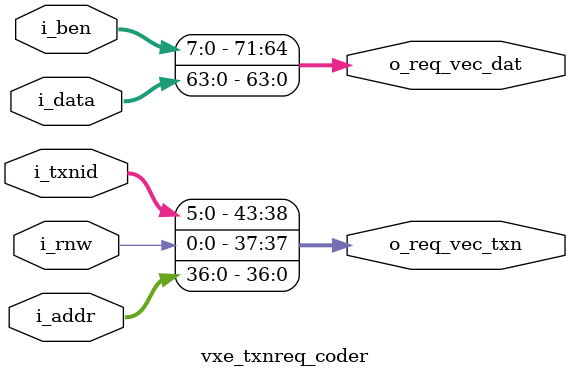
<source format=v>
/*
 * Copyright (c) 2020-2021 The VxEngine Project. All rights reserved.
 *
 * Redistribution and use in source and binary forms, with or without
 * modification, are permitted provided that the following conditions
 * are met:
 * 1. Redistributions of source code must retain the above copyright
 *    notice, this list of conditions and the following disclaimer.
 * 2. Redistributions in binary form must reproduce the above copyright
 *    notice, this list of conditions and the following disclaimer in the
 *    documentation and/or other materials provided with the distribution.
 *
 * THIS SOFTWARE IS PROVIDED BY THE AUTHOR AND CONTRIBUTORS ``AS IS'' AND
 * ANY EXPRESS OR IMPLIED WARRANTIES, INCLUDING, BUT NOT LIMITED TO, THE
 * IMPLIED WARRANTIES OF MERCHANTABILITY AND FITNESS FOR A PARTICULAR PURPOSE
 * ARE DISCLAIMED.  IN NO EVENT SHALL THE AUTHOR OR CONTRIBUTORS BE LIABLE
 * FOR ANY DIRECT, INDIRECT, INCIDENTAL, SPECIAL, EXEMPLARY, OR CONSEQUENTIAL
 * DAMAGES (INCLUDING, BUT NOT LIMITED TO, PROCUREMENT OF SUBSTITUTE GOODS
 * OR SERVICES; LOSS OF USE, DATA, OR PROFITS; OR BUSINESS INTERRUPTION)
 * HOWEVER CAUSED AND ON ANY THEORY OF LIABILITY, WHETHER IN CONTRACT, STRICT
 * LIABILITY, OR TORT (INCLUDING NEGLIGENCE OR OTHERWISE) ARISING IN ANY WAY
 * OUT OF THE USE OF THIS SOFTWARE, EVEN IF ADVISED OF THE POSSIBILITY OF
 * SUCH DAMAGE.
 */

/*
 * Request transaction coder
 */


/* Req coder */
module vxe_txnreq_coder(
	i_txnid,
	i_rnw,
	i_addr,
	i_data,
	i_ben,
	o_req_vec_txn,
	o_req_vec_dat
);
input wire [5:0]	i_txnid;	/* Transaction Id */
input wire		i_rnw;		/* Read or Write transaction */
input wire [36:0]	i_addr;		/* Upper 37-bits of 40-bit address */
input wire [63:0]	i_data;		/* Data to write (if i_rnw == 0) */
input wire [7:0]	i_ben;		/* Byte enables */
output wire [43:0]	o_req_vec_txn;	/* Transaction info */
output wire [71:0]	o_req_vec_dat;	/* Transaction data */


assign o_req_vec_txn = { i_txnid, i_rnw, i_addr };
assign o_req_vec_dat = { i_ben, i_data };


endmodule /* vxe_txnreq_coder */

</source>
